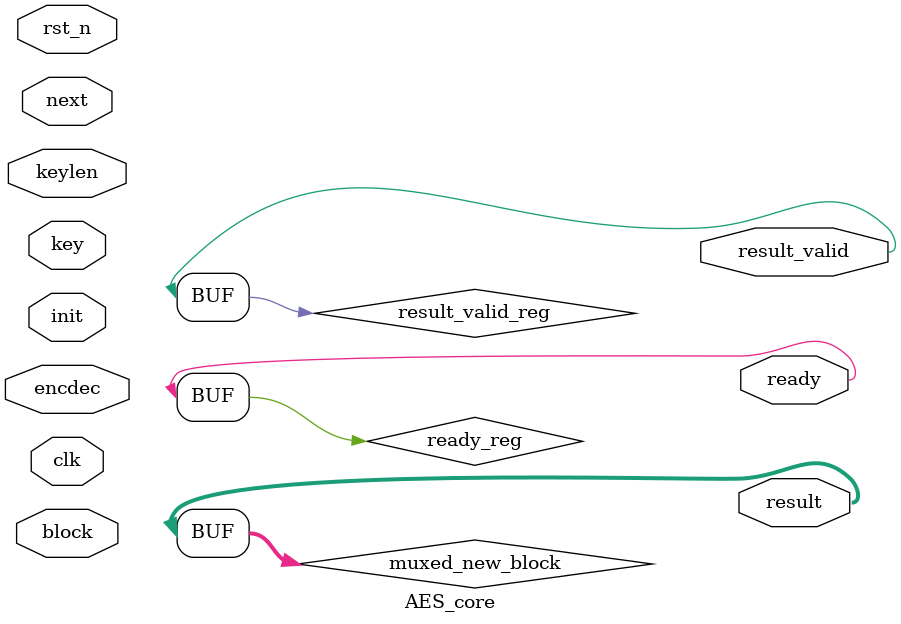
<source format=v>
`include "AES_encipher.v"
`include "AES_decipher.v"
`include "AES_key_mem_seq.v"

module AES_core (
	input          clk         , // Clock
	input          rst_n       , // Asynchronous reset active low
	input          encdec      , // Encipher or decipher
	input          init        , // call key_mem to start
	input          next        , // call encipher / decipher to start
	output         ready       , // key_mem ready
	input  [255:0] key         ,
	input          keylen      , // AES128 or AES256
	input  [127:0] block       ,
	output [127:0] result      ,
	output         result_valid // encipher / decipher ready
);

	// ------------------------------------------------------
	// ------------------- all parameters -------------------
	// ------------------------------------------------------

	// define control state
	localparam CTRL_IDLE = 2'h0;
	localparam CTRL_INIT = 2'h1;
	localparam CTRL_NEXT = 2'h2;

	// registers
	reg aes_core_ctrl_reg;
	reg aes_core_ctrl_new;

	reg ready_reg;
	reg ready_new;

	reg result_valid_reg;
	reg result_valid_new;


	// key memory wires
	wire [127:0] round_key;
	wire key_ready;

	// enc wires
	reg          enc_next     ;
	wire [  3:0] enc_round    ;
	wire [127:0] enc_new_block;
	wire         enc_ready    ;

	// dec wires
	reg          dec_next     ;
	wire [  3:0] dec_round    ;
	wire [127:0] dec_new_block;
	wire         dec_ready    ;

	// for MUX
	reg [127:0] muxed_new_block;
	reg [  3:0] muxed_round    ;
	reg         muxed_ready    ;

	// ------------------------------------------------------
	// ------------------- instanciation --------------------
	// ------------------------------------------------------
	AES_encipher enc (
		.clk      (clk          ),
		.rst_n    (rst_n        ),
		.next     (enc_next     ),
		.keylen   (keylen       ),
		.round    (enc_round    ),
		.round_key(round_key    ),
		.block    (block        ),
		.new_block(enc_new_block),
		.ready    (enc_ready    )
	);

	AES_decipher dec (
		.clk      (clk          ),
		.rst_n    (rst_n        ),
		.next     (dec_next     ),
		.keylen   (keylen       ),
		.round    (dec_round    ),
		.round_key(round_key    ),
		.block    (block        ),
		.new_block(dec_new_block),
		.ready    (dec_ready    )
	);

	AES_key_mem_seq key_mem (
		.clk      (clk        ),
		.rst_n    (rst_n      ),
		.key      (key        ),
		.keylen   (keylen     ),
		.init     (init       ),
		.round    (muxed_round),
		.round_key(round_key  ),
		.ready    (key_ready  )
	);

	// Concurrent connectivity for ports
    assign ready     = ready_reg;
    assign  result    = muxed_new_block;
    assign result_valid = result_valid_reg;

	// ------------------------------------------------------
	// --------------------- reg update ---------------------
	// ------------------------------------------------------



endmodule
</source>
